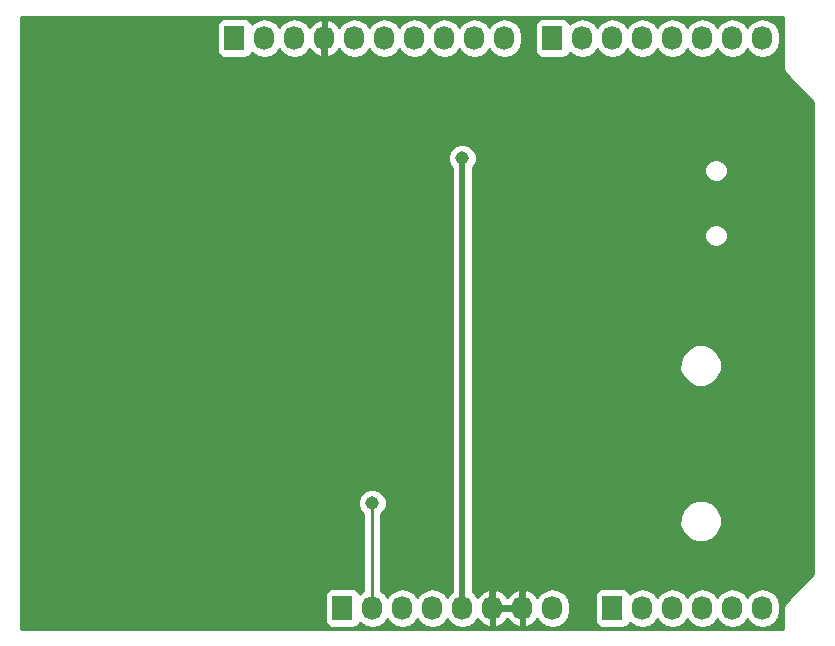
<source format=gbl>
G04 #@! TF.FileFunction,Copper,L2,Bot,Signal*
%FSLAX45Y45*%
G04 Gerber Fmt 4.5, Leading zero omitted, Abs format (unit mm)*
G04 Created by KiCad (PCBNEW (2015-06-14 BZR 5747, Git dc9ebf3)-product) date 6/25/2015 00:27:05*
%MOMM*%
G01*
G04 APERTURE LIST*
%ADD10C,0.254000*%
%ADD11R,1.727200X2.032000*%
%ADD12O,1.727200X2.032000*%
%ADD13C,1.143000*%
%ADD14C,0.508000*%
G04 APERTURE END LIST*
D10*
D11*
X9144000Y-11430000D03*
D12*
X9398000Y-11430000D03*
X9652000Y-11430000D03*
X9906000Y-11430000D03*
X10160000Y-11430000D03*
X10414000Y-11430000D03*
D11*
X5943600Y-6604000D03*
D12*
X6197600Y-6604000D03*
X6451600Y-6604000D03*
X6705600Y-6604000D03*
X6959600Y-6604000D03*
X7213600Y-6604000D03*
X7467600Y-6604000D03*
X7721600Y-6604000D03*
X7975600Y-6604000D03*
X8229600Y-6604000D03*
D11*
X6858000Y-11430000D03*
D12*
X7112000Y-11430000D03*
X7366000Y-11430000D03*
X7620000Y-11430000D03*
X7874000Y-11430000D03*
X8128000Y-11430000D03*
X8382000Y-11430000D03*
X8636000Y-11430000D03*
D11*
X8636000Y-6604000D03*
D12*
X8890000Y-6604000D03*
X9144000Y-6604000D03*
X9398000Y-6604000D03*
X9652000Y-6604000D03*
X9906000Y-6604000D03*
X10160000Y-6604000D03*
X10414000Y-6604000D03*
D13*
X8128000Y-10414000D03*
X7239000Y-10160000D03*
X7112000Y-10541000D03*
X7874000Y-7620000D03*
D14*
X8128000Y-10706674D02*
X8128000Y-10414000D01*
X8382000Y-11176000D02*
X8128000Y-10922000D01*
X8128000Y-10706674D02*
X8128000Y-11430000D01*
X8128000Y-10922000D02*
X8128000Y-10706674D01*
X8382000Y-11430000D02*
X8382000Y-11176000D01*
X7239000Y-7493000D02*
X6705600Y-6959600D01*
X6705600Y-6959600D02*
X6705600Y-6604000D01*
X7239000Y-10160000D02*
X7239000Y-7493000D01*
X8382000Y-11430000D02*
X8128000Y-11430000D01*
D10*
X7112000Y-10541000D02*
X7112000Y-11430000D01*
D14*
X7874000Y-7620000D02*
X7874000Y-11430000D01*
D10*
G36*
X10591800Y-6858000D02*
X10591800Y-6858000D01*
X10597600Y-6887160D01*
X10614119Y-6911881D01*
X10845800Y-7143563D01*
X10845800Y-11144437D01*
X10614119Y-11376118D01*
X10597600Y-11400839D01*
X10591800Y-11430000D01*
X10591800Y-11607800D01*
X4140200Y-11607800D01*
X4140200Y-7499329D01*
X7850106Y-7499329D01*
X7805746Y-7517658D01*
X7771777Y-7551568D01*
X7753371Y-7595896D01*
X7753329Y-7643893D01*
X7771658Y-7688253D01*
X7785100Y-7701719D01*
X7785100Y-11294155D01*
X7768033Y-11305558D01*
X7747000Y-11337037D01*
X7725967Y-11305558D01*
X7677349Y-11273073D01*
X7620000Y-11261665D01*
X7562651Y-11273073D01*
X7514033Y-11305558D01*
X7493000Y-11337037D01*
X7471967Y-11305558D01*
X7423349Y-11273073D01*
X7366000Y-11261665D01*
X7308651Y-11273073D01*
X7260033Y-11305558D01*
X7239000Y-11337037D01*
X7217967Y-11305558D01*
X7188200Y-11285669D01*
X7188200Y-10635409D01*
X7214222Y-10609432D01*
X7232629Y-10565104D01*
X7232671Y-10517107D01*
X7214342Y-10472747D01*
X7180432Y-10438778D01*
X7136104Y-10420371D01*
X7088106Y-10420329D01*
X7043746Y-10438658D01*
X7009777Y-10472568D01*
X6991371Y-10516896D01*
X6991329Y-10564894D01*
X7009658Y-10609254D01*
X7035800Y-10635441D01*
X7035800Y-11285669D01*
X7006033Y-11305558D01*
X7004978Y-11307137D01*
X7004406Y-11304188D01*
X6990427Y-11282907D01*
X6969324Y-11268662D01*
X6944360Y-11263656D01*
X6771640Y-11263656D01*
X6747428Y-11268354D01*
X6726147Y-11282333D01*
X6711902Y-11303436D01*
X6706896Y-11328400D01*
X6706896Y-11531600D01*
X6711594Y-11555812D01*
X6725573Y-11577093D01*
X6746676Y-11591338D01*
X6771640Y-11596344D01*
X6944360Y-11596344D01*
X6968572Y-11591646D01*
X6989853Y-11577667D01*
X7004098Y-11556564D01*
X7004872Y-11552704D01*
X7006033Y-11554441D01*
X7054651Y-11586927D01*
X7112000Y-11598334D01*
X7169349Y-11586927D01*
X7217967Y-11554441D01*
X7239000Y-11522963D01*
X7260033Y-11554441D01*
X7308651Y-11586927D01*
X7366000Y-11598334D01*
X7423349Y-11586927D01*
X7471967Y-11554441D01*
X7493000Y-11522963D01*
X7514033Y-11554441D01*
X7562651Y-11586927D01*
X7620000Y-11598334D01*
X7677349Y-11586927D01*
X7725967Y-11554441D01*
X7747000Y-11522963D01*
X7768033Y-11554441D01*
X7816651Y-11586927D01*
X7874000Y-11598334D01*
X7931349Y-11586927D01*
X7979967Y-11554441D01*
X8000646Y-11523493D01*
X8037796Y-11565073D01*
X8090521Y-11590471D01*
X8092097Y-11590736D01*
X8115300Y-11578622D01*
X8115300Y-11442700D01*
X8140700Y-11442700D01*
X8140700Y-11578622D01*
X8163903Y-11590736D01*
X8165479Y-11590471D01*
X8218204Y-11565073D01*
X8255000Y-11523889D01*
X8291796Y-11565073D01*
X8344521Y-11590471D01*
X8346097Y-11590736D01*
X8369300Y-11578622D01*
X8369300Y-11442700D01*
X8140700Y-11442700D01*
X8115300Y-11442700D01*
X8115300Y-11442700D01*
X8113300Y-11442700D01*
X8113300Y-11417300D01*
X8115300Y-11417300D01*
X8115300Y-11281378D01*
X8092097Y-11269264D01*
X8163903Y-11269264D01*
X8140700Y-11281378D01*
X8140700Y-11417300D01*
X8369300Y-11417300D01*
X8369300Y-11281378D01*
X8346097Y-11269264D01*
X8344521Y-11269529D01*
X8291796Y-11294927D01*
X8255000Y-11336111D01*
X8218204Y-11294927D01*
X8165479Y-11269529D01*
X8163903Y-11269264D01*
X8092097Y-11269264D01*
X8092097Y-11269264D01*
X8090521Y-11269529D01*
X8037796Y-11294927D01*
X8000646Y-11336507D01*
X7979967Y-11305558D01*
X7962900Y-11294155D01*
X7962900Y-11261665D01*
X8636000Y-11261665D01*
X8578651Y-11273073D01*
X8530033Y-11305558D01*
X8509354Y-11336507D01*
X8472204Y-11294927D01*
X8419479Y-11269529D01*
X8417903Y-11269264D01*
X8394700Y-11281378D01*
X8394700Y-11417300D01*
X8396700Y-11417300D01*
X8396700Y-11442700D01*
X8394700Y-11442700D01*
X8394700Y-11578622D01*
X8417903Y-11590736D01*
X8419479Y-11590471D01*
X8472204Y-11565073D01*
X8509354Y-11523493D01*
X8530033Y-11554441D01*
X8578651Y-11586927D01*
X8636000Y-11598334D01*
X8693349Y-11586927D01*
X8741967Y-11554441D01*
X8774453Y-11505823D01*
X8785860Y-11448474D01*
X8785860Y-11411525D01*
X8774453Y-11354177D01*
X8741967Y-11305558D01*
X8693349Y-11273073D01*
X8636000Y-11261665D01*
X9398000Y-11261665D01*
X9340651Y-11273073D01*
X9292033Y-11305558D01*
X9290979Y-11307137D01*
X9290406Y-11304188D01*
X9276427Y-11282907D01*
X9255324Y-11268662D01*
X9230360Y-11263656D01*
X9057640Y-11263656D01*
X9033428Y-11268354D01*
X9012147Y-11282333D01*
X8997902Y-11303436D01*
X8992896Y-11328400D01*
X8992896Y-11531600D01*
X8997594Y-11555812D01*
X9011573Y-11577093D01*
X9032676Y-11591338D01*
X9057640Y-11596344D01*
X9230360Y-11596344D01*
X9254572Y-11591646D01*
X9275853Y-11577667D01*
X9290098Y-11556564D01*
X9290872Y-11552704D01*
X9292033Y-11554441D01*
X9340651Y-11586927D01*
X9398000Y-11598334D01*
X9455349Y-11586927D01*
X9503967Y-11554441D01*
X9525000Y-11522963D01*
X9546033Y-11554441D01*
X9594651Y-11586927D01*
X9652000Y-11598334D01*
X9709349Y-11586927D01*
X9757967Y-11554441D01*
X9779000Y-11522963D01*
X9800033Y-11554441D01*
X9848651Y-11586927D01*
X9906000Y-11598334D01*
X9963349Y-11586927D01*
X10011967Y-11554441D01*
X10033000Y-11522963D01*
X10054033Y-11554441D01*
X10102651Y-11586927D01*
X10160000Y-11598334D01*
X10217349Y-11586927D01*
X10265967Y-11554441D01*
X10287000Y-11522963D01*
X10308033Y-11554441D01*
X10356651Y-11586927D01*
X10414000Y-11598334D01*
X10471349Y-11586927D01*
X10519967Y-11554441D01*
X10552453Y-11505823D01*
X10563860Y-11448474D01*
X10563860Y-11411525D01*
X10552453Y-11354177D01*
X10519967Y-11305558D01*
X10471349Y-11273073D01*
X10414000Y-11261665D01*
X10356651Y-11273073D01*
X10308033Y-11305558D01*
X10287000Y-11337037D01*
X10265967Y-11305558D01*
X10217349Y-11273073D01*
X10160000Y-11261665D01*
X10102651Y-11273073D01*
X10054033Y-11305558D01*
X10033000Y-11337037D01*
X10011967Y-11305558D01*
X9963349Y-11273073D01*
X9906000Y-11261665D01*
X9848651Y-11273073D01*
X9800033Y-11305558D01*
X9779000Y-11337037D01*
X9757967Y-11305558D01*
X9709349Y-11273073D01*
X9652000Y-11261665D01*
X9594651Y-11273073D01*
X9546033Y-11305558D01*
X9525000Y-11337037D01*
X9503967Y-11305558D01*
X9455349Y-11273073D01*
X9398000Y-11261665D01*
X8636000Y-11261665D01*
X8636000Y-11261665D01*
X7962900Y-11261665D01*
X7962900Y-10511469D01*
X9855410Y-10511469D01*
X9789780Y-10538587D01*
X9739523Y-10588756D01*
X9712291Y-10654338D01*
X9712229Y-10725350D01*
X9739347Y-10790980D01*
X9789516Y-10841237D01*
X9855098Y-10868469D01*
X9926110Y-10868531D01*
X9991740Y-10841413D01*
X10041997Y-10791244D01*
X10069229Y-10725662D01*
X10069291Y-10654650D01*
X10042173Y-10589020D01*
X9992004Y-10538763D01*
X9926422Y-10511531D01*
X9855410Y-10511469D01*
X7962900Y-10511469D01*
X7962900Y-9197469D01*
X9855410Y-9197469D01*
X9789780Y-9224587D01*
X9739523Y-9274756D01*
X9712291Y-9340338D01*
X9712229Y-9411350D01*
X9739347Y-9476980D01*
X9789516Y-9527237D01*
X9855098Y-9554469D01*
X9926110Y-9554531D01*
X9991740Y-9527413D01*
X10041997Y-9477244D01*
X10069229Y-9411662D01*
X10069291Y-9340650D01*
X10042173Y-9275020D01*
X9992004Y-9224763D01*
X9926422Y-9197531D01*
X9855410Y-9197469D01*
X7962900Y-9197469D01*
X7962900Y-8177483D01*
X10000793Y-8177483D01*
X9964577Y-8192447D01*
X9936845Y-8220131D01*
X9921817Y-8256321D01*
X9921783Y-8295507D01*
X9936747Y-8331723D01*
X9964431Y-8359455D01*
X10000621Y-8374483D01*
X10039807Y-8374517D01*
X10076023Y-8359553D01*
X10103756Y-8331869D01*
X10118783Y-8295679D01*
X10118817Y-8256493D01*
X10103853Y-8220277D01*
X10076169Y-8192544D01*
X10039979Y-8177517D01*
X10000793Y-8177483D01*
X7962900Y-8177483D01*
X7962900Y-7701731D01*
X7976222Y-7688432D01*
X7994629Y-7644104D01*
X7994643Y-7627483D01*
X10000793Y-7627483D01*
X9964577Y-7642447D01*
X9936845Y-7670131D01*
X9921817Y-7706321D01*
X9921783Y-7745507D01*
X9936747Y-7781723D01*
X9964431Y-7809455D01*
X10000621Y-7824483D01*
X10039807Y-7824517D01*
X10076023Y-7809553D01*
X10103756Y-7781869D01*
X10118783Y-7745679D01*
X10118817Y-7706493D01*
X10103853Y-7670277D01*
X10076169Y-7642544D01*
X10039979Y-7627517D01*
X10000793Y-7627483D01*
X7994643Y-7627483D01*
X7994671Y-7596106D01*
X7976342Y-7551746D01*
X7942432Y-7517777D01*
X7898104Y-7499371D01*
X7850106Y-7499329D01*
X4140200Y-7499329D01*
X4140200Y-6435665D01*
X6197600Y-6435665D01*
X6140251Y-6447073D01*
X6091633Y-6479558D01*
X6090578Y-6481137D01*
X6090006Y-6478188D01*
X6076027Y-6456907D01*
X6054924Y-6442662D01*
X6029960Y-6437656D01*
X5857240Y-6437656D01*
X5833028Y-6442354D01*
X5811747Y-6456333D01*
X5797502Y-6477436D01*
X5792496Y-6502400D01*
X5792496Y-6705600D01*
X5797194Y-6729812D01*
X5811173Y-6751093D01*
X5832276Y-6765338D01*
X5857240Y-6770344D01*
X6029960Y-6770344D01*
X6054172Y-6765646D01*
X6075453Y-6751667D01*
X6089698Y-6730564D01*
X6090472Y-6726704D01*
X6091633Y-6728441D01*
X6140251Y-6760927D01*
X6197600Y-6772334D01*
X6254949Y-6760927D01*
X6303567Y-6728441D01*
X6324600Y-6696963D01*
X6345633Y-6728441D01*
X6394251Y-6760927D01*
X6451600Y-6772334D01*
X6508949Y-6760927D01*
X6557567Y-6728441D01*
X6578246Y-6697493D01*
X6615396Y-6739073D01*
X6668121Y-6764471D01*
X6669697Y-6764736D01*
X6692900Y-6752622D01*
X6692900Y-6616700D01*
X6690900Y-6616700D01*
X6690900Y-6591300D01*
X6692900Y-6591300D01*
X6692900Y-6455378D01*
X6669697Y-6443264D01*
X6668121Y-6443529D01*
X6615396Y-6468927D01*
X6578246Y-6510507D01*
X6557567Y-6479558D01*
X6508949Y-6447073D01*
X6451600Y-6435665D01*
X6959600Y-6435665D01*
X6902251Y-6447073D01*
X6853633Y-6479558D01*
X6832954Y-6510507D01*
X6795804Y-6468927D01*
X6743079Y-6443529D01*
X6741503Y-6443264D01*
X6718300Y-6455378D01*
X6718300Y-6591300D01*
X6720300Y-6591300D01*
X6720300Y-6616700D01*
X6718300Y-6616700D01*
X6718300Y-6752622D01*
X6741503Y-6764736D01*
X6743079Y-6764471D01*
X6795804Y-6739073D01*
X6832954Y-6697493D01*
X6853633Y-6728441D01*
X6902251Y-6760927D01*
X6959600Y-6772334D01*
X7016949Y-6760927D01*
X7065567Y-6728441D01*
X7086600Y-6696963D01*
X7107633Y-6728441D01*
X7156251Y-6760927D01*
X7213600Y-6772334D01*
X7270949Y-6760927D01*
X7319567Y-6728441D01*
X7340600Y-6696963D01*
X7361633Y-6728441D01*
X7410251Y-6760927D01*
X7467600Y-6772334D01*
X7524949Y-6760927D01*
X7573567Y-6728441D01*
X7594600Y-6696963D01*
X7615633Y-6728441D01*
X7664251Y-6760927D01*
X7721600Y-6772334D01*
X7778949Y-6760927D01*
X7827567Y-6728441D01*
X7848600Y-6696963D01*
X7869633Y-6728441D01*
X7918251Y-6760927D01*
X7975600Y-6772334D01*
X8032949Y-6760927D01*
X8081567Y-6728441D01*
X8102600Y-6696963D01*
X8123633Y-6728441D01*
X8172251Y-6760927D01*
X8229600Y-6772334D01*
X8286949Y-6760927D01*
X8335567Y-6728441D01*
X8368053Y-6679823D01*
X8379460Y-6622474D01*
X8379460Y-6585525D01*
X8368053Y-6528177D01*
X8335567Y-6479558D01*
X8286949Y-6447073D01*
X8229600Y-6435665D01*
X8890000Y-6435665D01*
X8832651Y-6447073D01*
X8784033Y-6479558D01*
X8782979Y-6481137D01*
X8782406Y-6478188D01*
X8768427Y-6456907D01*
X8747324Y-6442662D01*
X8722360Y-6437656D01*
X8549640Y-6437656D01*
X8525428Y-6442354D01*
X8504147Y-6456333D01*
X8489902Y-6477436D01*
X8484896Y-6502400D01*
X8484896Y-6705600D01*
X8489594Y-6729812D01*
X8503573Y-6751093D01*
X8524676Y-6765338D01*
X8549640Y-6770344D01*
X8722360Y-6770344D01*
X8746572Y-6765646D01*
X8767853Y-6751667D01*
X8782098Y-6730564D01*
X8782872Y-6726704D01*
X8784033Y-6728441D01*
X8832651Y-6760927D01*
X8890000Y-6772334D01*
X8947349Y-6760927D01*
X8995967Y-6728441D01*
X9017000Y-6696963D01*
X9038033Y-6728441D01*
X9086651Y-6760927D01*
X9144000Y-6772334D01*
X9201349Y-6760927D01*
X9249967Y-6728441D01*
X9271000Y-6696963D01*
X9292033Y-6728441D01*
X9340651Y-6760927D01*
X9398000Y-6772334D01*
X9455349Y-6760927D01*
X9503967Y-6728441D01*
X9525000Y-6696963D01*
X9546033Y-6728441D01*
X9594651Y-6760927D01*
X9652000Y-6772334D01*
X9709349Y-6760927D01*
X9757967Y-6728441D01*
X9779000Y-6696963D01*
X9800033Y-6728441D01*
X9848651Y-6760927D01*
X9906000Y-6772334D01*
X9963349Y-6760927D01*
X10011967Y-6728441D01*
X10033000Y-6696963D01*
X10054033Y-6728441D01*
X10102651Y-6760927D01*
X10160000Y-6772334D01*
X10217349Y-6760927D01*
X10265967Y-6728441D01*
X10287000Y-6696963D01*
X10308033Y-6728441D01*
X10356651Y-6760927D01*
X10414000Y-6772334D01*
X10471349Y-6760927D01*
X10519967Y-6728441D01*
X10552453Y-6679823D01*
X10563860Y-6622474D01*
X10563860Y-6585525D01*
X10552453Y-6528177D01*
X10519967Y-6479558D01*
X10471349Y-6447073D01*
X10414000Y-6435665D01*
X10356651Y-6447073D01*
X10308033Y-6479558D01*
X10287000Y-6511037D01*
X10265967Y-6479558D01*
X10217349Y-6447073D01*
X10160000Y-6435665D01*
X10102651Y-6447073D01*
X10054033Y-6479558D01*
X10033000Y-6511037D01*
X10011967Y-6479558D01*
X9963349Y-6447073D01*
X9906000Y-6435665D01*
X9848651Y-6447073D01*
X9800033Y-6479558D01*
X9779000Y-6511037D01*
X9757967Y-6479558D01*
X9709349Y-6447073D01*
X9652000Y-6435665D01*
X9594651Y-6447073D01*
X9546033Y-6479558D01*
X9525000Y-6511037D01*
X9503967Y-6479558D01*
X9455349Y-6447073D01*
X9398000Y-6435665D01*
X9340651Y-6447073D01*
X9292033Y-6479558D01*
X9271000Y-6511037D01*
X9249967Y-6479558D01*
X9201349Y-6447073D01*
X9144000Y-6435665D01*
X9086651Y-6447073D01*
X9038033Y-6479558D01*
X9017000Y-6511037D01*
X8995967Y-6479558D01*
X8947349Y-6447073D01*
X8890000Y-6435665D01*
X8229600Y-6435665D01*
X8229600Y-6435665D01*
X8172251Y-6447073D01*
X8123633Y-6479558D01*
X8102600Y-6511037D01*
X8081567Y-6479558D01*
X8032949Y-6447073D01*
X7975600Y-6435665D01*
X7918251Y-6447073D01*
X7869633Y-6479558D01*
X7848600Y-6511037D01*
X7827567Y-6479558D01*
X7778949Y-6447073D01*
X7721600Y-6435665D01*
X7664251Y-6447073D01*
X7615633Y-6479558D01*
X7594600Y-6511037D01*
X7573567Y-6479558D01*
X7524949Y-6447073D01*
X7467600Y-6435665D01*
X7410251Y-6447073D01*
X7361633Y-6479558D01*
X7340600Y-6511037D01*
X7319567Y-6479558D01*
X7270949Y-6447073D01*
X7213600Y-6435665D01*
X7156251Y-6447073D01*
X7107633Y-6479558D01*
X7086600Y-6511037D01*
X7065567Y-6479558D01*
X7016949Y-6447073D01*
X6959600Y-6435665D01*
X6451600Y-6435665D01*
X6451600Y-6435665D01*
X6394251Y-6447073D01*
X6345633Y-6479558D01*
X6324600Y-6511037D01*
X6303567Y-6479558D01*
X6254949Y-6447073D01*
X6197600Y-6435665D01*
X4140200Y-6435665D01*
X4140200Y-6426200D01*
X10591800Y-6426200D01*
X10591800Y-6858000D01*
X10591800Y-6858000D01*
G37*
X10591800Y-6858000D02*
X10591800Y-6858000D01*
X10597600Y-6887160D01*
X10614119Y-6911881D01*
X10845800Y-7143563D01*
X10845800Y-11144437D01*
X10614119Y-11376118D01*
X10597600Y-11400839D01*
X10591800Y-11430000D01*
X10591800Y-11607800D01*
X4140200Y-11607800D01*
X4140200Y-7499329D01*
X7850106Y-7499329D01*
X7805746Y-7517658D01*
X7771777Y-7551568D01*
X7753371Y-7595896D01*
X7753329Y-7643893D01*
X7771658Y-7688253D01*
X7785100Y-7701719D01*
X7785100Y-11294155D01*
X7768033Y-11305558D01*
X7747000Y-11337037D01*
X7725967Y-11305558D01*
X7677349Y-11273073D01*
X7620000Y-11261665D01*
X7562651Y-11273073D01*
X7514033Y-11305558D01*
X7493000Y-11337037D01*
X7471967Y-11305558D01*
X7423349Y-11273073D01*
X7366000Y-11261665D01*
X7308651Y-11273073D01*
X7260033Y-11305558D01*
X7239000Y-11337037D01*
X7217967Y-11305558D01*
X7188200Y-11285669D01*
X7188200Y-10635409D01*
X7214222Y-10609432D01*
X7232629Y-10565104D01*
X7232671Y-10517107D01*
X7214342Y-10472747D01*
X7180432Y-10438778D01*
X7136104Y-10420371D01*
X7088106Y-10420329D01*
X7043746Y-10438658D01*
X7009777Y-10472568D01*
X6991371Y-10516896D01*
X6991329Y-10564894D01*
X7009658Y-10609254D01*
X7035800Y-10635441D01*
X7035800Y-11285669D01*
X7006033Y-11305558D01*
X7004978Y-11307137D01*
X7004406Y-11304188D01*
X6990427Y-11282907D01*
X6969324Y-11268662D01*
X6944360Y-11263656D01*
X6771640Y-11263656D01*
X6747428Y-11268354D01*
X6726147Y-11282333D01*
X6711902Y-11303436D01*
X6706896Y-11328400D01*
X6706896Y-11531600D01*
X6711594Y-11555812D01*
X6725573Y-11577093D01*
X6746676Y-11591338D01*
X6771640Y-11596344D01*
X6944360Y-11596344D01*
X6968572Y-11591646D01*
X6989853Y-11577667D01*
X7004098Y-11556564D01*
X7004872Y-11552704D01*
X7006033Y-11554441D01*
X7054651Y-11586927D01*
X7112000Y-11598334D01*
X7169349Y-11586927D01*
X7217967Y-11554441D01*
X7239000Y-11522963D01*
X7260033Y-11554441D01*
X7308651Y-11586927D01*
X7366000Y-11598334D01*
X7423349Y-11586927D01*
X7471967Y-11554441D01*
X7493000Y-11522963D01*
X7514033Y-11554441D01*
X7562651Y-11586927D01*
X7620000Y-11598334D01*
X7677349Y-11586927D01*
X7725967Y-11554441D01*
X7747000Y-11522963D01*
X7768033Y-11554441D01*
X7816651Y-11586927D01*
X7874000Y-11598334D01*
X7931349Y-11586927D01*
X7979967Y-11554441D01*
X8000646Y-11523493D01*
X8037796Y-11565073D01*
X8090521Y-11590471D01*
X8092097Y-11590736D01*
X8115300Y-11578622D01*
X8115300Y-11442700D01*
X8140700Y-11442700D01*
X8140700Y-11578622D01*
X8163903Y-11590736D01*
X8165479Y-11590471D01*
X8218204Y-11565073D01*
X8255000Y-11523889D01*
X8291796Y-11565073D01*
X8344521Y-11590471D01*
X8346097Y-11590736D01*
X8369300Y-11578622D01*
X8369300Y-11442700D01*
X8140700Y-11442700D01*
X8115300Y-11442700D01*
X8115300Y-11442700D01*
X8113300Y-11442700D01*
X8113300Y-11417300D01*
X8115300Y-11417300D01*
X8115300Y-11281378D01*
X8092097Y-11269264D01*
X8163903Y-11269264D01*
X8140700Y-11281378D01*
X8140700Y-11417300D01*
X8369300Y-11417300D01*
X8369300Y-11281378D01*
X8346097Y-11269264D01*
X8344521Y-11269529D01*
X8291796Y-11294927D01*
X8255000Y-11336111D01*
X8218204Y-11294927D01*
X8165479Y-11269529D01*
X8163903Y-11269264D01*
X8092097Y-11269264D01*
X8092097Y-11269264D01*
X8090521Y-11269529D01*
X8037796Y-11294927D01*
X8000646Y-11336507D01*
X7979967Y-11305558D01*
X7962900Y-11294155D01*
X7962900Y-11261665D01*
X8636000Y-11261665D01*
X8578651Y-11273073D01*
X8530033Y-11305558D01*
X8509354Y-11336507D01*
X8472204Y-11294927D01*
X8419479Y-11269529D01*
X8417903Y-11269264D01*
X8394700Y-11281378D01*
X8394700Y-11417300D01*
X8396700Y-11417300D01*
X8396700Y-11442700D01*
X8394700Y-11442700D01*
X8394700Y-11578622D01*
X8417903Y-11590736D01*
X8419479Y-11590471D01*
X8472204Y-11565073D01*
X8509354Y-11523493D01*
X8530033Y-11554441D01*
X8578651Y-11586927D01*
X8636000Y-11598334D01*
X8693349Y-11586927D01*
X8741967Y-11554441D01*
X8774453Y-11505823D01*
X8785860Y-11448474D01*
X8785860Y-11411525D01*
X8774453Y-11354177D01*
X8741967Y-11305558D01*
X8693349Y-11273073D01*
X8636000Y-11261665D01*
X9398000Y-11261665D01*
X9340651Y-11273073D01*
X9292033Y-11305558D01*
X9290979Y-11307137D01*
X9290406Y-11304188D01*
X9276427Y-11282907D01*
X9255324Y-11268662D01*
X9230360Y-11263656D01*
X9057640Y-11263656D01*
X9033428Y-11268354D01*
X9012147Y-11282333D01*
X8997902Y-11303436D01*
X8992896Y-11328400D01*
X8992896Y-11531600D01*
X8997594Y-11555812D01*
X9011573Y-11577093D01*
X9032676Y-11591338D01*
X9057640Y-11596344D01*
X9230360Y-11596344D01*
X9254572Y-11591646D01*
X9275853Y-11577667D01*
X9290098Y-11556564D01*
X9290872Y-11552704D01*
X9292033Y-11554441D01*
X9340651Y-11586927D01*
X9398000Y-11598334D01*
X9455349Y-11586927D01*
X9503967Y-11554441D01*
X9525000Y-11522963D01*
X9546033Y-11554441D01*
X9594651Y-11586927D01*
X9652000Y-11598334D01*
X9709349Y-11586927D01*
X9757967Y-11554441D01*
X9779000Y-11522963D01*
X9800033Y-11554441D01*
X9848651Y-11586927D01*
X9906000Y-11598334D01*
X9963349Y-11586927D01*
X10011967Y-11554441D01*
X10033000Y-11522963D01*
X10054033Y-11554441D01*
X10102651Y-11586927D01*
X10160000Y-11598334D01*
X10217349Y-11586927D01*
X10265967Y-11554441D01*
X10287000Y-11522963D01*
X10308033Y-11554441D01*
X10356651Y-11586927D01*
X10414000Y-11598334D01*
X10471349Y-11586927D01*
X10519967Y-11554441D01*
X10552453Y-11505823D01*
X10563860Y-11448474D01*
X10563860Y-11411525D01*
X10552453Y-11354177D01*
X10519967Y-11305558D01*
X10471349Y-11273073D01*
X10414000Y-11261665D01*
X10356651Y-11273073D01*
X10308033Y-11305558D01*
X10287000Y-11337037D01*
X10265967Y-11305558D01*
X10217349Y-11273073D01*
X10160000Y-11261665D01*
X10102651Y-11273073D01*
X10054033Y-11305558D01*
X10033000Y-11337037D01*
X10011967Y-11305558D01*
X9963349Y-11273073D01*
X9906000Y-11261665D01*
X9848651Y-11273073D01*
X9800033Y-11305558D01*
X9779000Y-11337037D01*
X9757967Y-11305558D01*
X9709349Y-11273073D01*
X9652000Y-11261665D01*
X9594651Y-11273073D01*
X9546033Y-11305558D01*
X9525000Y-11337037D01*
X9503967Y-11305558D01*
X9455349Y-11273073D01*
X9398000Y-11261665D01*
X8636000Y-11261665D01*
X8636000Y-11261665D01*
X7962900Y-11261665D01*
X7962900Y-10511469D01*
X9855410Y-10511469D01*
X9789780Y-10538587D01*
X9739523Y-10588756D01*
X9712291Y-10654338D01*
X9712229Y-10725350D01*
X9739347Y-10790980D01*
X9789516Y-10841237D01*
X9855098Y-10868469D01*
X9926110Y-10868531D01*
X9991740Y-10841413D01*
X10041997Y-10791244D01*
X10069229Y-10725662D01*
X10069291Y-10654650D01*
X10042173Y-10589020D01*
X9992004Y-10538763D01*
X9926422Y-10511531D01*
X9855410Y-10511469D01*
X7962900Y-10511469D01*
X7962900Y-9197469D01*
X9855410Y-9197469D01*
X9789780Y-9224587D01*
X9739523Y-9274756D01*
X9712291Y-9340338D01*
X9712229Y-9411350D01*
X9739347Y-9476980D01*
X9789516Y-9527237D01*
X9855098Y-9554469D01*
X9926110Y-9554531D01*
X9991740Y-9527413D01*
X10041997Y-9477244D01*
X10069229Y-9411662D01*
X10069291Y-9340650D01*
X10042173Y-9275020D01*
X9992004Y-9224763D01*
X9926422Y-9197531D01*
X9855410Y-9197469D01*
X7962900Y-9197469D01*
X7962900Y-8177483D01*
X10000793Y-8177483D01*
X9964577Y-8192447D01*
X9936845Y-8220131D01*
X9921817Y-8256321D01*
X9921783Y-8295507D01*
X9936747Y-8331723D01*
X9964431Y-8359455D01*
X10000621Y-8374483D01*
X10039807Y-8374517D01*
X10076023Y-8359553D01*
X10103756Y-8331869D01*
X10118783Y-8295679D01*
X10118817Y-8256493D01*
X10103853Y-8220277D01*
X10076169Y-8192544D01*
X10039979Y-8177517D01*
X10000793Y-8177483D01*
X7962900Y-8177483D01*
X7962900Y-7701731D01*
X7976222Y-7688432D01*
X7994629Y-7644104D01*
X7994643Y-7627483D01*
X10000793Y-7627483D01*
X9964577Y-7642447D01*
X9936845Y-7670131D01*
X9921817Y-7706321D01*
X9921783Y-7745507D01*
X9936747Y-7781723D01*
X9964431Y-7809455D01*
X10000621Y-7824483D01*
X10039807Y-7824517D01*
X10076023Y-7809553D01*
X10103756Y-7781869D01*
X10118783Y-7745679D01*
X10118817Y-7706493D01*
X10103853Y-7670277D01*
X10076169Y-7642544D01*
X10039979Y-7627517D01*
X10000793Y-7627483D01*
X7994643Y-7627483D01*
X7994671Y-7596106D01*
X7976342Y-7551746D01*
X7942432Y-7517777D01*
X7898104Y-7499371D01*
X7850106Y-7499329D01*
X4140200Y-7499329D01*
X4140200Y-6435665D01*
X6197600Y-6435665D01*
X6140251Y-6447073D01*
X6091633Y-6479558D01*
X6090578Y-6481137D01*
X6090006Y-6478188D01*
X6076027Y-6456907D01*
X6054924Y-6442662D01*
X6029960Y-6437656D01*
X5857240Y-6437656D01*
X5833028Y-6442354D01*
X5811747Y-6456333D01*
X5797502Y-6477436D01*
X5792496Y-6502400D01*
X5792496Y-6705600D01*
X5797194Y-6729812D01*
X5811173Y-6751093D01*
X5832276Y-6765338D01*
X5857240Y-6770344D01*
X6029960Y-6770344D01*
X6054172Y-6765646D01*
X6075453Y-6751667D01*
X6089698Y-6730564D01*
X6090472Y-6726704D01*
X6091633Y-6728441D01*
X6140251Y-6760927D01*
X6197600Y-6772334D01*
X6254949Y-6760927D01*
X6303567Y-6728441D01*
X6324600Y-6696963D01*
X6345633Y-6728441D01*
X6394251Y-6760927D01*
X6451600Y-6772334D01*
X6508949Y-6760927D01*
X6557567Y-6728441D01*
X6578246Y-6697493D01*
X6615396Y-6739073D01*
X6668121Y-6764471D01*
X6669697Y-6764736D01*
X6692900Y-6752622D01*
X6692900Y-6616700D01*
X6690900Y-6616700D01*
X6690900Y-6591300D01*
X6692900Y-6591300D01*
X6692900Y-6455378D01*
X6669697Y-6443264D01*
X6668121Y-6443529D01*
X6615396Y-6468927D01*
X6578246Y-6510507D01*
X6557567Y-6479558D01*
X6508949Y-6447073D01*
X6451600Y-6435665D01*
X6959600Y-6435665D01*
X6902251Y-6447073D01*
X6853633Y-6479558D01*
X6832954Y-6510507D01*
X6795804Y-6468927D01*
X6743079Y-6443529D01*
X6741503Y-6443264D01*
X6718300Y-6455378D01*
X6718300Y-6591300D01*
X6720300Y-6591300D01*
X6720300Y-6616700D01*
X6718300Y-6616700D01*
X6718300Y-6752622D01*
X6741503Y-6764736D01*
X6743079Y-6764471D01*
X6795804Y-6739073D01*
X6832954Y-6697493D01*
X6853633Y-6728441D01*
X6902251Y-6760927D01*
X6959600Y-6772334D01*
X7016949Y-6760927D01*
X7065567Y-6728441D01*
X7086600Y-6696963D01*
X7107633Y-6728441D01*
X7156251Y-6760927D01*
X7213600Y-6772334D01*
X7270949Y-6760927D01*
X7319567Y-6728441D01*
X7340600Y-6696963D01*
X7361633Y-6728441D01*
X7410251Y-6760927D01*
X7467600Y-6772334D01*
X7524949Y-6760927D01*
X7573567Y-6728441D01*
X7594600Y-6696963D01*
X7615633Y-6728441D01*
X7664251Y-6760927D01*
X7721600Y-6772334D01*
X7778949Y-6760927D01*
X7827567Y-6728441D01*
X7848600Y-6696963D01*
X7869633Y-6728441D01*
X7918251Y-6760927D01*
X7975600Y-6772334D01*
X8032949Y-6760927D01*
X8081567Y-6728441D01*
X8102600Y-6696963D01*
X8123633Y-6728441D01*
X8172251Y-6760927D01*
X8229600Y-6772334D01*
X8286949Y-6760927D01*
X8335567Y-6728441D01*
X8368053Y-6679823D01*
X8379460Y-6622474D01*
X8379460Y-6585525D01*
X8368053Y-6528177D01*
X8335567Y-6479558D01*
X8286949Y-6447073D01*
X8229600Y-6435665D01*
X8890000Y-6435665D01*
X8832651Y-6447073D01*
X8784033Y-6479558D01*
X8782979Y-6481137D01*
X8782406Y-6478188D01*
X8768427Y-6456907D01*
X8747324Y-6442662D01*
X8722360Y-6437656D01*
X8549640Y-6437656D01*
X8525428Y-6442354D01*
X8504147Y-6456333D01*
X8489902Y-6477436D01*
X8484896Y-6502400D01*
X8484896Y-6705600D01*
X8489594Y-6729812D01*
X8503573Y-6751093D01*
X8524676Y-6765338D01*
X8549640Y-6770344D01*
X8722360Y-6770344D01*
X8746572Y-6765646D01*
X8767853Y-6751667D01*
X8782098Y-6730564D01*
X8782872Y-6726704D01*
X8784033Y-6728441D01*
X8832651Y-6760927D01*
X8890000Y-6772334D01*
X8947349Y-6760927D01*
X8995967Y-6728441D01*
X9017000Y-6696963D01*
X9038033Y-6728441D01*
X9086651Y-6760927D01*
X9144000Y-6772334D01*
X9201349Y-6760927D01*
X9249967Y-6728441D01*
X9271000Y-6696963D01*
X9292033Y-6728441D01*
X9340651Y-6760927D01*
X9398000Y-6772334D01*
X9455349Y-6760927D01*
X9503967Y-6728441D01*
X9525000Y-6696963D01*
X9546033Y-6728441D01*
X9594651Y-6760927D01*
X9652000Y-6772334D01*
X9709349Y-6760927D01*
X9757967Y-6728441D01*
X9779000Y-6696963D01*
X9800033Y-6728441D01*
X9848651Y-6760927D01*
X9906000Y-6772334D01*
X9963349Y-6760927D01*
X10011967Y-6728441D01*
X10033000Y-6696963D01*
X10054033Y-6728441D01*
X10102651Y-6760927D01*
X10160000Y-6772334D01*
X10217349Y-6760927D01*
X10265967Y-6728441D01*
X10287000Y-6696963D01*
X10308033Y-6728441D01*
X10356651Y-6760927D01*
X10414000Y-6772334D01*
X10471349Y-6760927D01*
X10519967Y-6728441D01*
X10552453Y-6679823D01*
X10563860Y-6622474D01*
X10563860Y-6585525D01*
X10552453Y-6528177D01*
X10519967Y-6479558D01*
X10471349Y-6447073D01*
X10414000Y-6435665D01*
X10356651Y-6447073D01*
X10308033Y-6479558D01*
X10287000Y-6511037D01*
X10265967Y-6479558D01*
X10217349Y-6447073D01*
X10160000Y-6435665D01*
X10102651Y-6447073D01*
X10054033Y-6479558D01*
X10033000Y-6511037D01*
X10011967Y-6479558D01*
X9963349Y-6447073D01*
X9906000Y-6435665D01*
X9848651Y-6447073D01*
X9800033Y-6479558D01*
X9779000Y-6511037D01*
X9757967Y-6479558D01*
X9709349Y-6447073D01*
X9652000Y-6435665D01*
X9594651Y-6447073D01*
X9546033Y-6479558D01*
X9525000Y-6511037D01*
X9503967Y-6479558D01*
X9455349Y-6447073D01*
X9398000Y-6435665D01*
X9340651Y-6447073D01*
X9292033Y-6479558D01*
X9271000Y-6511037D01*
X9249967Y-6479558D01*
X9201349Y-6447073D01*
X9144000Y-6435665D01*
X9086651Y-6447073D01*
X9038033Y-6479558D01*
X9017000Y-6511037D01*
X8995967Y-6479558D01*
X8947349Y-6447073D01*
X8890000Y-6435665D01*
X8229600Y-6435665D01*
X8229600Y-6435665D01*
X8172251Y-6447073D01*
X8123633Y-6479558D01*
X8102600Y-6511037D01*
X8081567Y-6479558D01*
X8032949Y-6447073D01*
X7975600Y-6435665D01*
X7918251Y-6447073D01*
X7869633Y-6479558D01*
X7848600Y-6511037D01*
X7827567Y-6479558D01*
X7778949Y-6447073D01*
X7721600Y-6435665D01*
X7664251Y-6447073D01*
X7615633Y-6479558D01*
X7594600Y-6511037D01*
X7573567Y-6479558D01*
X7524949Y-6447073D01*
X7467600Y-6435665D01*
X7410251Y-6447073D01*
X7361633Y-6479558D01*
X7340600Y-6511037D01*
X7319567Y-6479558D01*
X7270949Y-6447073D01*
X7213600Y-6435665D01*
X7156251Y-6447073D01*
X7107633Y-6479558D01*
X7086600Y-6511037D01*
X7065567Y-6479558D01*
X7016949Y-6447073D01*
X6959600Y-6435665D01*
X6451600Y-6435665D01*
X6451600Y-6435665D01*
X6394251Y-6447073D01*
X6345633Y-6479558D01*
X6324600Y-6511037D01*
X6303567Y-6479558D01*
X6254949Y-6447073D01*
X6197600Y-6435665D01*
X4140200Y-6435665D01*
X4140200Y-6426200D01*
X10591800Y-6426200D01*
X10591800Y-6858000D01*
M02*

</source>
